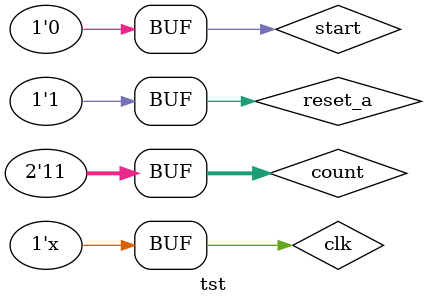
<source format=v>
module multcontrol(
	input clk , reset_a, start,
	input [1:0] count,
	output reg [1:0] input_sel , shift_sel,
	output [2:0] state_out,
	output reg done , clk_ena, sclr_n);
parameter IDLE  = 3'b000,LSB = 3'b001,MID = 3'b010,MSB=3'b011,CALC_DONE=3'b100,ERR=3'b101;
reg [2:0] state, nxt_state;
always@(posedge clk, negedge reset_a) begin
if(!reset_a)
	state=IDLE;
else 
	state =nxt_state;
end
assign state_out = state;
always@(*) begin
if(!reset_a)
	nxt_state=IDLE;
else begin
	case(state)
		IDLE: begin
			if(!start) begin
				input_sel=0;
				shift_sel=0;
				done=0;
				clk_ena=0;
				sclr_n=1;
				nxt_state=IDLE;
			end
			else begin
				input_sel=0;
				shift_sel=0;
				done=0;
				clk_ena=1;
				sclr_n=0;
				nxt_state = LSB;
			end
		end
		LSB: begin
			if((!start) && (count==0)) begin
				input_sel=0;
				shift_sel=0;
				done=0;
				clk_ena=1;
				sclr_n=1;
				nxt_state=MID;
			end
			else begin
				input_sel=0;
				shift_sel=0;
				done=0;
				clk_ena=0;
				sclr_n=1;
				nxt_state=ERR;
			end
		end
		MID: begin
			if((!start)&&(count==2'b01)) begin
				input_sel=2'b01;
				shift_sel=2'b01;
				done=0;
				clk_ena=1;
				sclr_n=1;
				nxt_state= MID;
			end
			else if((!start) && (count==2'b10)) begin
				input_sel=2'b10;
				shift_sel=2'b01;
				done=0;
				clk_ena=1;
				sclr_n=1;
				nxt_state=MSB;
			end
			else begin
				input_sel=0;
				shift_sel=0;
				done=0;
				clk_ena=0;
				sclr_n=1;
				nxt_state=ERR;
			end
		end
		MSB: begin
			if((!start) && (count==2'b11)) begin
				input_sel=2'b11;
				shift_sel=2'b10;
				done=0;
				clk_ena=1;
				sclr_n=1;
				nxt_state=CALC_DONE;
			end
			else begin
				input_sel=0;
				shift_sel=0;
				done=0;
				clk_ena=0;
				sclr_n=1;
				nxt_state=ERR;
			end
		end
		CALC_DONE: begin
			if(!start) begin
				input_sel=0;
				shift_sel=0;
				done=1;
				clk_ena=0;
				sclr_n=1;
				nxt_state=IDLE;
			end
			else begin
				input_sel=0;
				shift_sel=0;
				done=0;
				clk_ena=0;
				sclr_n=1;
				nxt_state=ERR;
			end
		end
		ERR: begin
			if(!start) begin
				input_sel=0;
				shift_sel=0;
				done=0;
				clk_ena=0;
				sclr_n=1;
				nxt_state=ERR;
			end
			else begin
				input_sel=0;
				shift_sel=0;
				done=0;
				clk_ena=1;
				sclr_n=0;
				nxt_state=LSB;
			end
		end
	endcase
end
end
endmodule
module tst();
reg clk , reset_a, start;
reg [1:0] count;
wire [1:0] input_sel , shift_sel;
wire [2:0] state_out;
wire done , clk_ena, sclr_n;
multcontrol m(clk,reset_a,start,count,input_sel,shift_sel,state_out,done,clk_ena,sclr_n);
initial 
	$monitor("start=%b reset_a=%b count=%b state_out=%b input_sel=%b shift_sel=%b done=%b sclr_n=%b clk_ena=%b",start,reset_a,count,state_out,input_sel,shift_sel,done,sclr_n,clk_ena);
always
	#5 clk=~clk;
initial begin
count=0; clk=1; start=0; reset_a=0;
#10 reset_a=1; start=1;
#10 start=0;
#10 count=1;
#10 count=2;
#10 count=3;
#20;
end
endmodule
</source>
